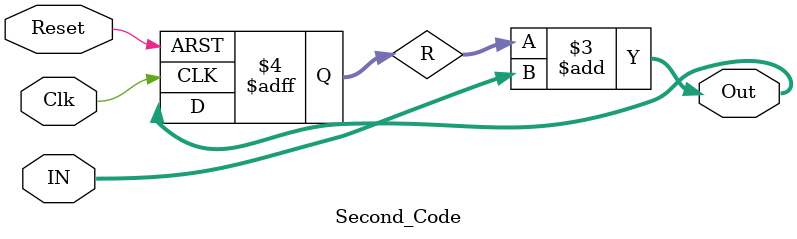
<source format=v>
`timescale 1ns / 1ps




module Second_Code(IN, Reset, Clk, Out);

input [15:0] IN;
input Reset;
input Clk;
output [31:0] Out;
reg [31:0] R;

	always @ (posedge Clk or negedge Reset)
		if (!Reset)
			R<=0;
		else
			R<=Out;
	
	assign Out=R+IN;
	
endmodule

</source>
